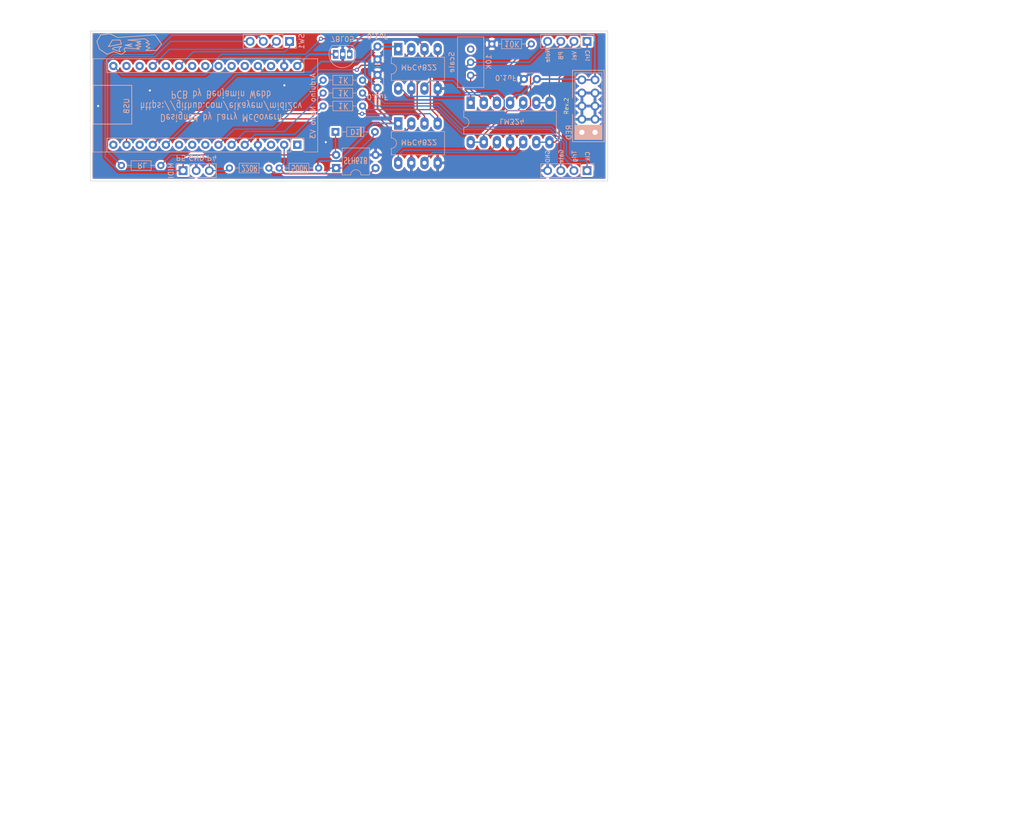
<source format=kicad_pcb>
(kicad_pcb (version 20171130) (host pcbnew "(5.1.4)-1")
  (layers (0 F.Cu signal) (31 B.Cu signal) (34 B.Paste user) (35 F.Paste user) (36 B.SilkS user) (37 F.SilkS user) (38 B.Mask user) (39 F.Mask user) (44 Edge.Cuts user))
  (net 0 "")
  (net 1 "Net-(78L5-Pad1)")
  (net 2 +12V)
  (net 3 GND)
  (net 4 "Net-(A1-Pad16)")
  (net 5 "Net-(A1-Pad15)")
  (net 6 "Net-(A1-Pad14)")
  (net 7 "Net-(A1-Pad13)")
  (net 8 "Net-(A1-Pad28)")
  (net 9 "Net-(A1-Pad12)")
  (net 10 +5V)
  (net 11 "Net-(A1-Pad11)")
  (net 12 "Net-(A1-Pad26)")
  (net 13 "Net-(A1-Pad10)")
  (net 14 "Net-(A1-Pad25)")
  (net 15 "Net-(A1-Pad9)")
  (net 16 "Net-(A1-Pad24)")
  (net 17 "Net-(A1-Pad8)")
  (net 18 "Net-(A1-Pad23)")
  (net 19 "Net-(A1-Pad7)")
  (net 20 "Net-(A1-Pad22)")
  (net 21 "Net-(A1-Pad6)")
  (net 22 "Net-(A1-Pad21)")
  (net 23 "Net-(A1-Pad5)")
  (net 24 "Net-(A1-Pad20)")
  (net 25 "Net-(A1-Pad19)")
  (net 26 "Net-(A1-Pad3)")
  (net 27 "Net-(A1-Pad18)")
  (net 28 "Net-(A1-Pad2)")
  (net 29 "Net-(A1-Pad17)")
  (net 30 "Net-(A1-Pad1)")
  (net 31 "Net-(D1-Pad2)")
  (net 32 "Net-(D1-Pad1)")
  (net 33 "Net-(DAC1-Pad8)")
  (net 34 "Net-(DAC1-Pad6)")
  (net 35 "Net-(DAC2-Pad8)")
  (net 36 "Net-(DAC2-Pad6)")
  (net 37 Control)
  (net 38 Velocity)
  (net 39 PitchBend)
  (net 40 "Net-(IC1-Pad2)")
  (net 41 Note)
  (net 42 -12V)
  (net 43 "Net-(J2-Pad3)")
  (net 44 Gate)
  (net 45 Trigger)
  (net 46 Clock)
  (net 47 "Net-(R3+8-Pad3)")
  (net 48 "Net-(RL1-Pad1)")
  (module Connector_PinHeader_2.54mm:PinHeader_2x05_P2.54mm_Vertical (layer B.Cu) (at 188.5 48.6)
    (fp_text reference RED (at -2.5 0 90) (layer B.SilkS) (effects (justify mirror)))
    (fp_text value Conn_02x05_Top_Bottom)
    (pad 10 thru_hole oval (at 2.54 -10.16) (size 1.7 1.7) (drill 1) (layers *.Cu *.Mask) (net 2 +12V))
    (pad 9 thru_hole oval (at 0 -10.16) (size 1.7 1.7) (drill 1) (layers *.Cu *.Mask) (net 2 +12V))
    (pad 8 thru_hole oval (at 2.54 -7.62) (size 1.7 1.7) (drill 1) (layers *.Cu *.Mask) (net 3 GND))
    (pad 7 thru_hole oval (at 0 -7.62) (size 1.7 1.7) (drill 1) (layers *.Cu *.Mask) (net 3 GND))
    (pad 6 thru_hole oval (at 2.54 -5.08) (size 1.7 1.7) (drill 1) (layers *.Cu *.Mask) (net 3 GND))
    (pad 5 thru_hole oval (at 0 -5.08) (size 1.7 1.7) (drill 1) (layers *.Cu *.Mask) (net 3 GND))
    (pad 4 thru_hole oval (at 2.54 -2.54) (size 1.7 1.7) (drill 1) (layers *.Cu *.Mask) (net 3 GND))
    (pad 3 thru_hole oval (at 0 -2.54) (size 1.7 1.7) (drill 1) (layers *.Cu *.Mask) (net 3 GND))
    (pad 2 thru_hole oval (at 2.54 0) (size 1.7 1.7) (drill 1) (layers *.Cu *.Mask) (net 42 -12V))
    (pad 1 thru_hole rect (at 0 0) (size 1.7 1.7) (drill 1) (layers *.Cu *.Mask) (net 42 -12V))
  )
  (module Potentiometer_THT:Potentiometer_Bourns_3296W_Vertical (layer B.Cu) (at 167 37.58 270)
    (fp_text reference Scale (at -2.54 3.66 90 unlocked) (layer B.SilkS) (effects (justify mirror)))
    (fp_text value 10k)
    (pad 3 thru_hole circle (at -5.08 0 270) (size 1.44 1.44) (drill 0.8) (layers *.Cu *.Mask) (net 47 "Net-(R3+8-Pad3)"))
    (pad 2 thru_hole circle (at -2.54 0 270) (size 1.44 1.44) (drill 0.8) (layers *.Cu *.Mask) (net 41 Note))
    (pad 1 thru_hole circle (at 0 0 270) (size 1.44 1.44) (drill 0.8) (layers *.Cu *.Mask) (net 40 "Net-(IC1-Pad2)"))
  )
  (module Package_DIP:DIP-4_W7.62mm (layer B.Cu) (at 141 55.5)
    (fp_text reference SFH618 (at 3.75 -1.5 180 unlocked) (layer B.SilkS) (effects (font (size 1.2 0.8)) (justify mirror)))
    (fp_text value SFH618A-2)
    (pad 4 thru_hole oval (at 7.62 0) (size 1.6 1.6) (drill 0.8) (layers *.Cu *.Mask) (net 28 "Net-(A1-Pad2)"))
    (pad 2 thru_hole oval (at 0 -2.54) (size 1.6 1.6) (drill 0.8) (layers *.Cu *.Mask) (net 32 "Net-(D1-Pad1)"))
    (pad 3 thru_hole oval (at 7.62 -2.54) (size 1.6 1.6) (drill 0.8) (layers *.Cu *.Mask) (net 3 GND))
    (pad 1 thru_hole rect (at 0 0) (size 1.6 1.6) (drill 0.8) (layers *.Cu *.Mask) (net 31 "Net-(D1-Pad2)"))
  )
  (module Capacitor_THT:C_Disc_D3.4mm_W2.1mm_P2.50mm (layer B.Cu) (at 149 34.5 90)
    (fp_text reference 0.1uF (at 4.5 0 180 unlocked) (layer B.SilkS) (effects (justify mirror)))
    (fp_text value 0.1uF)
    (pad 2 thru_hole circle (at 2.5 0 90) (size 1.6 1.6) (drill 0.8) (layers *.Cu *.Mask) (net 10 +5V))
    (pad 1 thru_hole circle (at 0 0 90) (size 1.6 1.6) (drill 0.8) (layers *.Cu *.Mask) (net 3 GND))
  )
  (module Package_DIP:DIP-8_W7.62mm_LongPads (layer B.Cu) (at 153 46.88 270)
    (fp_text reference MPC4822 (at 3.62 -4 180 unlocked) (layer B.SilkS) (effects (justify mirror)))
    (fp_text value MCP4822)
    (pad 8 thru_hole oval (at 7.62 0 270) (size 2.4 1.6) (drill 0.8) (layers *.Cu *.Mask) (net 35 "Net-(DAC2-Pad8)"))
    (pad 4 thru_hole oval (at 0 -7.62 270) (size 2.4 1.6) (drill 0.8) (layers *.Cu *.Mask) (net 6 "Net-(A1-Pad14)"))
    (pad 7 thru_hole oval (at 7.62 -2.54 270) (size 2.4 1.6) (drill 0.8) (layers *.Cu *.Mask) (net 3 GND))
    (pad 3 thru_hole oval (at 0 -5.08 270) (size 2.4 1.6) (drill 0.8) (layers *.Cu *.Mask) (net 4 "Net-(A1-Pad16)"))
    (pad 6 thru_hole oval (at 7.62 -5.08 270) (size 2.4 1.6) (drill 0.8) (layers *.Cu *.Mask) (net 36 "Net-(DAC2-Pad6)"))
    (pad 2 thru_hole oval (at 0 -2.54 270) (size 2.4 1.6) (drill 0.8) (layers *.Cu *.Mask) (net 9 "Net-(A1-Pad12)"))
    (pad 5 thru_hole oval (at 7.62 -7.62 270) (size 2.4 1.6) (drill 0.8) (layers *.Cu *.Mask) (net 3 GND))
    (pad 1 thru_hole rect (at 0 0 270) (size 2.4 1.6) (drill 0.8) (layers *.Cu *.Mask) (net 10 +5V))
  )
  (module Package_DIP:DIP-8_W7.62mm_LongPads (layer B.Cu) (at 153 32.5 270)
    (fp_text reference MPC4822 (at 3.5 -4 180 unlocked) (layer B.SilkS) (effects (justify mirror)))
    (fp_text value MCP4822)
    (pad 8 thru_hole oval (at 7.62 0 270) (size 2.4 1.6) (drill 0.8) (layers *.Cu *.Mask) (net 33 "Net-(DAC1-Pad8)"))
    (pad 4 thru_hole oval (at 0 -7.62 270) (size 2.4 1.6) (drill 0.8) (layers *.Cu *.Mask) (net 6 "Net-(A1-Pad14)"))
    (pad 7 thru_hole oval (at 7.62 -2.54 270) (size 2.4 1.6) (drill 0.8) (layers *.Cu *.Mask) (net 3 GND))
    (pad 3 thru_hole oval (at 0 -5.08 270) (size 2.4 1.6) (drill 0.8) (layers *.Cu *.Mask) (net 4 "Net-(A1-Pad16)"))
    (pad 6 thru_hole oval (at 7.62 -5.08 270) (size 2.4 1.6) (drill 0.8) (layers *.Cu *.Mask) (net 34 "Net-(DAC1-Pad6)"))
    (pad 2 thru_hole oval (at 0 -2.54 270) (size 2.4 1.6) (drill 0.8) (layers *.Cu *.Mask) (net 11 "Net-(A1-Pad11)"))
    (pad 5 thru_hole oval (at 7.62 -7.62 270) (size 2.4 1.6) (drill 0.8) (layers *.Cu *.Mask) (net 3 GND))
    (pad 1 thru_hole rect (at 0 0 270) (size 2.4 1.6) (drill 0.8) (layers *.Cu *.Mask) (net 10 +5V))
  )
  (module Capacitor_THT:C_Disc_D3.4mm_W2.1mm_P2.50mm (layer B.Cu) (at 177.3 38.3)
    (fp_text reference C1)
    (fp_text value 0.1uF (at -3.5 -0.25 180 unlocked) (layer B.SilkS) (effects (justify mirror)))
    (pad 2 thru_hole circle (at 2.5 0) (size 1.6 1.6) (drill 0.8) (layers *.Cu *.Mask) (net 2 +12V))
    (pad 1 thru_hole circle (at 0 0) (size 1.6 1.6) (drill 0.8) (layers *.Cu *.Mask) (net 3 GND))
  )
  (module Package_DIP:DIP-14_W7.62mm_LongPads (layer B.Cu) (at 167 42.88 270)
    (fp_text reference LM324 (at 3.62 -8 180 unlocked) (layer B.SilkS) (effects (justify mirror)))
    (fp_text value LM324)
    (pad 14 thru_hole oval (at 7.62 0 270) (size 2.4 1.6) (drill 0.8) (layers *.Cu *.Mask) (net 39 PitchBend))
    (pad 7 thru_hole oval (at 0 -15.24 270) (size 2.4 1.6) (drill 0.8) (layers *.Cu *.Mask) (net 38 Velocity))
    (pad 13 thru_hole oval (at 7.62 -2.54 270) (size 2.4 1.6) (drill 0.8) (layers *.Cu *.Mask) (net 39 PitchBend))
    (pad 6 thru_hole oval (at 0 -12.7 270) (size 2.4 1.6) (drill 0.8) (layers *.Cu *.Mask) (net 38 Velocity))
    (pad 12 thru_hole oval (at 7.62 -5.08 270) (size 2.4 1.6) (drill 0.8) (layers *.Cu *.Mask) (net 35 "Net-(DAC2-Pad8)"))
    (pad 5 thru_hole oval (at 0 -10.16 270) (size 2.4 1.6) (drill 0.8) (layers *.Cu *.Mask) (net 34 "Net-(DAC1-Pad6)"))
    (pad 11 thru_hole oval (at 7.62 -7.62 270) (size 2.4 1.6) (drill 0.8) (layers *.Cu *.Mask) (net 3 GND))
    (pad 4 thru_hole oval (at 0 -7.62 270) (size 2.4 1.6) (drill 0.8) (layers *.Cu *.Mask) (net 2 +12V))
    (pad 10 thru_hole oval (at 7.62 -10.16 270) (size 2.4 1.6) (drill 0.8) (layers *.Cu *.Mask) (net 36 "Net-(DAC2-Pad6)"))
    (pad 3 thru_hole oval (at 0 -5.08 270) (size 2.4 1.6) (drill 0.8) (layers *.Cu *.Mask) (net 33 "Net-(DAC1-Pad8)"))
    (pad 9 thru_hole oval (at 7.62 -12.7 270) (size 2.4 1.6) (drill 0.8) (layers *.Cu *.Mask) (net 37 Control))
    (pad 2 thru_hole oval (at 0 -2.54 270) (size 2.4 1.6) (drill 0.8) (layers *.Cu *.Mask) (net 40 "Net-(IC1-Pad2)"))
    (pad 8 thru_hole oval (at 7.62 -15.24 270) (size 2.4 1.6) (drill 0.8) (layers *.Cu *.Mask) (net 37 Control))
    (pad 1 thru_hole rect (at 0 0 270) (size 2.4 1.6) (drill 0.8) (layers *.Cu *.Mask) (net 41 Note))
  )
  (module Module:Arduino_Nano (layer B.Cu) (at 133.5 51 90)
    (fp_text reference "Arduino Nano V3" (at 7.5 3 90 unlocked) (layer B.SilkS) (effects (justify mirror)))
    (fp_text value Arduino_Nano_v3.x)
    (pad 16 thru_hole oval (at 15.24 -35.56 90) (size 1.6 1.6) (drill 0.8) (layers *.Cu *.Mask) (net 4 "Net-(A1-Pad16)"))
    (pad 15 thru_hole oval (at 0 -35.56 90) (size 1.6 1.6) (drill 0.8) (layers *.Cu *.Mask) (net 5 "Net-(A1-Pad15)"))
    (pad 30 thru_hole oval (at 15.24 0 90) (size 1.6 1.6) (drill 0.8) (layers *.Cu *.Mask) (net 1 "Net-(78L5-Pad1)"))
    (pad 14 thru_hole oval (at 0 -33.02 90) (size 1.6 1.6) (drill 0.8) (layers *.Cu *.Mask) (net 6 "Net-(A1-Pad14)"))
    (pad 29 thru_hole oval (at 15.24 -2.54 90) (size 1.6 1.6) (drill 0.8) (layers *.Cu *.Mask) (net 3 GND))
    (pad 13 thru_hole oval (at 0 -30.48 90) (size 1.6 1.6) (drill 0.8) (layers *.Cu *.Mask) (net 7 "Net-(A1-Pad13)"))
    (pad 28 thru_hole oval (at 15.24 -5.08 90) (size 1.6 1.6) (drill 0.8) (layers *.Cu *.Mask) (net 8 "Net-(A1-Pad28)"))
    (pad 12 thru_hole oval (at 0 -27.94 90) (size 1.6 1.6) (drill 0.8) (layers *.Cu *.Mask) (net 9 "Net-(A1-Pad12)"))
    (pad 27 thru_hole oval (at 15.24 -7.62 90) (size 1.6 1.6) (drill 0.8) (layers *.Cu *.Mask) (net 10 +5V))
    (pad 11 thru_hole oval (at 0 -25.4 90) (size 1.6 1.6) (drill 0.8) (layers *.Cu *.Mask) (net 11 "Net-(A1-Pad11)"))
    (pad 26 thru_hole oval (at 15.24 -10.16 90) (size 1.6 1.6) (drill 0.8) (layers *.Cu *.Mask) (net 12 "Net-(A1-Pad26)"))
    (pad 10 thru_hole oval (at 0 -22.86 90) (size 1.6 1.6) (drill 0.8) (layers *.Cu *.Mask) (net 13 "Net-(A1-Pad10)"))
    (pad 25 thru_hole oval (at 15.24 -12.7 90) (size 1.6 1.6) (drill 0.8) (layers *.Cu *.Mask) (net 14 "Net-(A1-Pad25)"))
    (pad 9 thru_hole oval (at 0 -20.32 90) (size 1.6 1.6) (drill 0.8) (layers *.Cu *.Mask) (net 15 "Net-(A1-Pad9)"))
    (pad 24 thru_hole oval (at 15.24 -15.24 90) (size 1.6 1.6) (drill 0.8) (layers *.Cu *.Mask) (net 16 "Net-(A1-Pad24)"))
    (pad 8 thru_hole oval (at 0 -17.78 90) (size 1.6 1.6) (drill 0.8) (layers *.Cu *.Mask) (net 17 "Net-(A1-Pad8)"))
    (pad 23 thru_hole oval (at 15.24 -17.78 90) (size 1.6 1.6) (drill 0.8) (layers *.Cu *.Mask) (net 18 "Net-(A1-Pad23)"))
    (pad 7 thru_hole oval (at 0 -15.24 90) (size 1.6 1.6) (drill 0.8) (layers *.Cu *.Mask) (net 19 "Net-(A1-Pad7)"))
    (pad 22 thru_hole oval (at 15.24 -20.32 90) (size 1.6 1.6) (drill 0.8) (layers *.Cu *.Mask) (net 20 "Net-(A1-Pad22)"))
    (pad 6 thru_hole oval (at 0 -12.7 90) (size 1.6 1.6) (drill 0.8) (layers *.Cu *.Mask) (net 21 "Net-(A1-Pad6)"))
    (pad 21 thru_hole oval (at 15.24 -22.86 90) (size 1.6 1.6) (drill 0.8) (layers *.Cu *.Mask) (net 22 "Net-(A1-Pad21)"))
    (pad 5 thru_hole oval (at 0 -10.16 90) (size 1.6 1.6) (drill 0.8) (layers *.Cu *.Mask) (net 23 "Net-(A1-Pad5)"))
    (pad 20 thru_hole oval (at 15.24 -25.4 90) (size 1.6 1.6) (drill 0.8) (layers *.Cu *.Mask) (net 24 "Net-(A1-Pad20)"))
    (pad 4 thru_hole oval (at 0 -7.62 90) (size 1.6 1.6) (drill 0.8) (layers *.Cu *.Mask) (net 3 GND))
    (pad 19 thru_hole oval (at 15.24 -27.94 90) (size 1.6 1.6) (drill 0.8) (layers *.Cu *.Mask) (net 25 "Net-(A1-Pad19)"))
    (pad 3 thru_hole oval (at 0 -5.08 90) (size 1.6 1.6) (drill 0.8) (layers *.Cu *.Mask) (net 26 "Net-(A1-Pad3)"))
    (pad 18 thru_hole oval (at 15.24 -30.48 90) (size 1.6 1.6) (drill 0.8) (layers *.Cu *.Mask) (net 27 "Net-(A1-Pad18)"))
    (pad 2 thru_hole oval (at 0 -2.54 90) (size 1.6 1.6) (drill 0.8) (layers *.Cu *.Mask) (net 28 "Net-(A1-Pad2)"))
    (pad 17 thru_hole oval (at 15.24 -33.02 90) (size 1.6 1.6) (drill 0.8) (layers *.Cu *.Mask) (net 29 "Net-(A1-Pad17)"))
    (pad 1 thru_hole rect (at 0 0 90) (size 1.6 1.6) (drill 0.8) (layers *.Cu *.Mask) (net 30 "Net-(A1-Pad1)"))
  )
  (module Connector_PinSocket_2.54mm:PinSocket_1x04_P2.54mm_Vertical (layer B.Cu) (at 189.5 31 90)
    (fp_text reference Output1B1)
    (fp_text value Conn_01x04)
    (pad 4 thru_hole oval (at 0 -7.62 90) (size 1.7 1.7) (drill 1) (layers *.Cu *.Mask) (net 41 Note))
    (pad 3 thru_hole oval (at 0 -5.08 90) (size 1.7 1.7) (drill 1) (layers *.Cu *.Mask) (net 39 PitchBend))
    (pad 2 thru_hole oval (at 0 -2.54 90) (size 1.7 1.7) (drill 1) (layers *.Cu *.Mask) (net 38 Velocity))
    (pad 1 thru_hole rect (at 0 0 90) (size 1.7 1.7) (drill 1) (layers *.Cu *.Mask) (net 37 Control))
  )
  (module Connector_PinSocket_2.54mm:PinSocket_1x04_P2.54mm_Vertical (layer B.Cu) (at 189.5 56 90)
    (fp_text reference Output2B1)
    (fp_text value Conn_01x04)
    (pad 4 thru_hole oval (at 0 -7.62 90) (size 1.7 1.7) (drill 1) (layers *.Cu *.Mask) (net 3 GND))
    (pad 3 thru_hole oval (at 0 -5.08 90) (size 1.7 1.7) (drill 1) (layers *.Cu *.Mask) (net 44 Gate))
    (pad 2 thru_hole oval (at 0 -2.54 90) (size 1.7 1.7) (drill 1) (layers *.Cu *.Mask) (net 45 Trigger))
    (pad 1 thru_hole rect (at 0 0 90) (size 1.7 1.7) (drill 1) (layers *.Cu *.Mask) (net 46 Clock))
  )
  (module Package_TO_SOT_THT:TO-92L_Inline (layer B.Cu) (at 141 33.5)
    (fp_text reference 78L05 (at 1.19 -3 180 unlocked) (layer B.SilkS) (effects (justify mirror)))
    (fp_text value L78L05_SO8)
    (pad 1 thru_hole rect (at 0 0) (size 1.05 1.7) (drill 0.75 (offset -0.1 0)) (layers *.Cu *.Mask) (net 1 "Net-(78L5-Pad1)"))
    (pad 3 thru_hole roundrect (at 2.54 0) (size 1.05 1.7) (drill 0.75 (offset 0.1 0)) (layers *.Cu *.Mask) (net 2 +12V))
    (pad 2 thru_hole roundrect (at 1.27 0) (size 1.05 2) (drill 0.75) (layers *.Cu *.Mask) (net 3 GND))
  )
  (module Capacitor_THT:C_Disc_D3.4mm_W2.1mm_P2.50mm (layer B.Cu) (at 149 37.5 270)
    (fp_text reference 0.1uF (at 4.25 0 180 unlocked) (layer B.SilkS) (effects (justify mirror)))
    (fp_text value 0.1uF)
    (pad 2 thru_hole circle (at 2.5 0 270) (size 1.6 1.6) (drill 0.8) (layers *.Cu *.Mask) (net 10 +5V))
    (pad 1 thru_hole circle (at 0 0 270) (size 1.6 1.6) (drill 0.8) (layers *.Cu *.Mask) (net 3 GND))
  )
  (module Connector_PinHeader_2.54mm:PinHeader_1x03_P2.54mm_Vertical (layer B.Cu) (at 111.42 56 270)
    (fp_text reference MIDI (at 0 2.33 90 unlocked) (layer B.SilkS) (effects (justify mirror)))
    (fp_text value MidiDIN)
    (pad 3 thru_hole oval (at 0 -5.08 270) (size 1.7 1.7) (drill 1) (layers *.Cu *.Mask) (net 43 "Net-(J2-Pad3)"))
    (pad 2 thru_hole oval (at 0 -2.54 270) (size 1.7 1.7) (drill 1) (layers *.Cu *.Mask) (net 3 GND))
    (pad 1 thru_hole rect (at 0 0 270) (size 1.7 1.7) (drill 1) (layers *.Cu *.Mask) (net 32 "Net-(D1-Pad1)"))
  )
  (module Resistor_THT:R_Axial_DIN0204_L3.6mm_D1.6mm_P7.62mm_Horizontal (layer B.Cu) (at 171.1 31.5)
    (fp_text reference 10K (at 3.9 0 180 unlocked) (layer B.SilkS) (effects (font (size 1.2 1)) (justify mirror)))
    (fp_text value 10K)
    (pad 2 thru_hole oval (at 7.62 0) (size 1.4 1.4) (drill 0.7) (layers *.Cu *.Mask) (net 40 "Net-(IC1-Pad2)"))
    (pad 1 thru_hole circle (at 0 0) (size 1.4 1.4) (drill 0.7) (layers *.Cu *.Mask) (net 3 GND))
  )
  (module Resistor_THT:R_Axial_DIN0204_L3.6mm_D1.6mm_P7.62mm_Horizontal (layer B.Cu) (at 137.62 55.5 180)
    (fp_text reference 500R (at 3.72 0 180 unlocked) (layer B.SilkS) (effects (font (size 1.2 0.8)) (justify mirror)))
    (fp_text value 500R)
    (pad 2 thru_hole oval (at 7.62 0 180) (size 1.4 1.4) (drill 0.7) (layers *.Cu *.Mask) (net 28 "Net-(A1-Pad2)"))
    (pad 1 thru_hole circle (at 0 0 180) (size 1.4 1.4) (drill 0.7) (layers *.Cu *.Mask) (net 10 +5V))
  )
  (module Resistor_THT:R_Axial_DIN0204_L3.6mm_D1.6mm_P7.62mm_Horizontal (layer B.Cu) (at 146.1 43.5 180)
    (fp_text reference 1K (at 3.7 0 180 unlocked) (layer B.SilkS) (effects (font (size 1.2 1)) (justify mirror)))
    (fp_text value 1K)
    (pad 2 thru_hole oval (at 7.62 0 180) (size 1.4 1.4) (drill 0.7) (layers *.Cu *.Mask) (net 23 "Net-(A1-Pad5)"))
    (pad 1 thru_hole circle (at 0 0 180) (size 1.4 1.4) (drill 0.7) (layers *.Cu *.Mask) (net 44 Gate))
  )
  (module Resistor_THT:R_Axial_DIN0204_L3.6mm_D1.6mm_P7.62mm_Horizontal (layer B.Cu) (at 146.1 41 180)
    (fp_text reference 1K (at 3.7 0 180 unlocked) (layer B.SilkS) (effects (font (size 1.2 1)) (justify mirror)))
    (fp_text value 1K)
    (pad 2 thru_hole oval (at 7.62 0 180) (size 1.4 1.4) (drill 0.7) (layers *.Cu *.Mask) (net 21 "Net-(A1-Pad6)"))
    (pad 1 thru_hole circle (at 0 0 180) (size 1.4 1.4) (drill 0.7) (layers *.Cu *.Mask) (net 45 Trigger))
  )
  (module Resistor_THT:R_Axial_DIN0204_L3.6mm_D1.6mm_P7.62mm_Horizontal (layer B.Cu) (at 146.1 38.5 180)
    (fp_text reference 1K (at 3.7 0 180 unlocked) (layer B.SilkS) (effects (font (size 1.2 1)) (justify mirror)))
    (fp_text value 1K)
    (pad 2 thru_hole oval (at 7.62 0 180) (size 1.4 1.4) (drill 0.7) (layers *.Cu *.Mask) (net 19 "Net-(A1-Pad7)"))
    (pad 1 thru_hole circle (at 0 0 180) (size 1.4 1.4) (drill 0.7) (layers *.Cu *.Mask) (net 46 Clock))
  )
  (module Resistor_THT:R_Axial_DIN0204_L3.6mm_D1.6mm_P7.62mm_Horizontal (layer B.Cu) (at 99.5 55)
    (fp_text reference RL (at 4 0 180 unlocked) (layer B.SilkS) (effects (justify mirror)))
    (fp_text value 220R)
    (pad 2 thru_hole oval (at 7.62 0) (size 1.4 1.4) (drill 0.7) (layers *.Cu *.Mask) (net 43 "Net-(J2-Pad3)"))
    (pad 1 thru_hole circle (at 0 0) (size 1.4 1.4) (drill 0.7) (layers *.Cu *.Mask) (net 48 "Net-(RL1-Pad1)"))
  )
  (module MyCustomPartsLibrary:DiodeFlipped (layer B.Cu) (at 140.88 48.5)
    (fp_text reference D1 (at 3.81 0 180 unlocked) (layer B.SilkS) (effects (justify mirror)))
    (fp_text value DIODE)
    (pad 1 thru_hole rect (at 0 0) (size 1.5 1.5) (drill 0.75) (layers *.Cu *.Mask) (net 32 "Net-(D1-Pad1)"))
    (pad 2 thru_hole oval (at 7.62 0) (size 1.5 1.5) (drill 0.75) (layers *.Cu *.Mask) (net 31 "Net-(D1-Pad2)"))
  )
  (module Resistor_THT:R_Axial_DIN0204_L3.6mm_D1.6mm_P7.62mm_Horizontal (layer B.Cu) (at 128 55.5 180)
    (fp_text reference 220R (at 3.75 0 180 unlocked) (layer B.SilkS) (effects (font (size 1.2 0.8)) (justify mirror)))
    (fp_text value 220R)
    (pad 2 thru_hole oval (at 7.62 0 180) (size 1.4 1.4) (drill 0.7) (layers *.Cu *.Mask) (net 43 "Net-(J2-Pad3)"))
    (pad 1 thru_hole circle (at 0 0 180) (size 1.4 1.4) (drill 0.7) (layers *.Cu *.Mask) (net 31 "Net-(D1-Pad2)"))
  )
  (module Connector_PinHeader_2.54mm:PinHeader_1x04_P2.54mm_Vertical (layer B.Cu) (at 132 31 90)
    (fp_text reference SW1 (at 0 2.33 270) (layer B.SilkS) (effects (justify mirror)))
    (fp_text value Conn_01x03)
    (pad 1 thru_hole rect (at 0 0 90) (size 1.7 1.7) (drill 1) (layers *.Cu *.Mask) (net 22 "Net-(A1-Pad21)"))
    (pad 2 thru_hole oval (at 0 -2.54 90) (size 1.7 1.7) (drill 1) (layers *.Cu *.Mask) (net 25 "Net-(A1-Pad19)"))
    (pad 3 thru_hole oval (at 0 -5.08 90) (size 1.7 1.7) (drill 1) (layers *.Cu *.Mask) (net 32 "Net-(D1-Pad1)"))
    (pad 4 thru_hole oval (at 0 -7.62 90) (size 1.7 1.7) (drill 1) (layers *.Cu *.Mask) (net 48 "Net-(RL1-Pad1)"))
  )
  (gr_line (start 186.7 36.6) (end 186.7 41.9) (layer B.SilkS) (width 0.15))
  (gr_line (start 192.8 50.4) (end 192.8 36.6) (layer B.SilkS) (width 0.15))
  (gr_line (start 186.7 45.1) (end 186.7 50.4) (layer B.SilkS) (width 0.15))
  (gr_line (start 186.7 50.4) (end 192.8 50.4) (layer B.SilkS) (width 0.15))
  (gr_poly (pts (xy 192.4 50) (xy 187.1 50) (xy 187.1 47.2) (xy 192.4 47.2)) (layer B.SilkS) (width 0.1))
  (gr_line (start 192.8 36.6) (end 186.7 36.6) (layer B.SilkS) (width 0.15))
  (gr_text P4 (at 117 53.5 180) (layer B.SilkS) (effects (font (size 1 1)) (justify mirror)))
  (gr_text P5 (at 111 53.5 180) (layer B.SilkS) (effects (font (size 1 1)) (justify mirror)))
  (gr_text "Designed by Larry McGovern\nhttps://github.com/elkayem/midi2cv\nPCB by Benjamin Webb" (at 118.75 43.5 180) (layer B.SilkS) (effects (font (size 1.4 1.1)) (justify mirror)))
  (gr_text USB (at 100.5 43.5 90) (layer B.SilkS) (effects (font (size 1 1)) (justify mirror)))
  (gr_text "Note\n\nPB\n\nVel\n\nCtrl" (at 185.75 33.75 90) (layer B.SilkS) (effects (font (size 0.8 0.8)) (justify mirror)))
  (gr_text GND (at 114 53.5 180) (layer B.SilkS) (effects (font (size 1 1)) (justify mirror)))
  (gr_text 10K (at 170.5 35 90) (layer B.SilkS) (effects (font (size 1 1)) (justify mirror)))
  (gr_text "GND\n\nGate\n\nTrig\n\nClk" (at 185.75 53.25 90) (layer B.SilkS) (effects (font (size 0.8 0.8)) (justify mirror)))
  (gr_text Rev.2 (at 185.5 43.5 90) (layer F.SilkS) (effects (font (size 0.8 0.8) (thickness 0.1))))
  (gr_line (start 101.5 32) (end 100.25 31.75) (layer B.SilkS) (width 0.15))
  (gr_line (start 103.25 31.5) (end 102.25 31.75) (layer B.SilkS) (width 0.15))
  (gr_line (start 97.75 32.5) (end 98 32.25) (layer B.SilkS) (width 0.15))
  (gr_line (start 99 32.5) (end 99.25 33) (layer B.SilkS) (width 0.15))
  (gr_line (start 104.75 31) (end 104 30.5) (layer B.SilkS) (width 0.15))
  (gr_line (start 104 30.5) (end 100.75 30.75) (layer B.SilkS) (width 0.15))
  (gr_line (start 104.25 31.25) (end 104.75 31) (layer B.SilkS) (width 0.15))
  (gr_line (start 105 32.25) (end 104.25 32) (layer B.SilkS) (width 0.15))
  (gr_line (start 107.25 31.5) (end 106.25 32.75) (layer B.SilkS) (width 0.15))
  (gr_line (start 100.25 32.25) (end 100 32.5) (layer B.SilkS) (width 0.15))
  (gr_line (start 99.5 32) (end 99 32.5) (layer B.SilkS) (width 0.15))
  (gr_line (start 101.5 39.5) (end 94 39.5) (layer B.SilkS) (width 0.15))
  (gr_line (start 100.75 31.75) (end 101.5 32) (layer B.SilkS) (width 0.15))
  (gr_line (start 98 33) (end 96.75 33.5) (layer B.SilkS) (width 0.15))
  (gr_line (start 97.25 29.5) (end 98.75 30.25) (layer B.SilkS) (width 0.15))
  (gr_line (start 98 32.25) (end 99.5 32) (layer B.SilkS) (width 0.15))
  (gr_line (start 97 32) (end 97.75 30.75) (layer B.SilkS) (width 0.15))
  (gr_line (start 102.25 31.75) (end 103.25 32) (layer B.SilkS) (width 0.15))
  (gr_line (start 99.25 33) (end 97.75 32.5) (layer B.SilkS) (width 0.15))
  (gr_line (start 93.5 58) (end 193.5 58) (layer Edge.Cuts) (width 0.1))
  (gr_line (start 98.75 30.25) (end 106 29.75) (layer B.SilkS) (width 0.15))
  (gr_line (start 94 39.5) (end 94 47) (layer B.SilkS) (width 0.15))
  (gr_line (start 100.25 31.75) (end 101.5 31.5) (layer B.SilkS) (width 0.15))
  (gr_line (start 97.75 30.75) (end 99.25 30.75) (layer B.SilkS) (width 0.15))
  (gr_line (start 106 29.75) (end 107.25 31.5) (layer B.SilkS) (width 0.15))
  (gr_line (start 99.25 30.75) (end 99.5 31.5) (layer B.SilkS) (width 0.15))
  (gr_line (start 99.5 31.5) (end 97 32) (layer B.SilkS) (width 0.15))
  (gr_line (start 102.5 32.25) (end 103 32.5) (layer B.SilkS) (width 0.15))
  (gr_line (start 193.5 58) (end 193.5 29) (layer Edge.Cuts) (width 0.1))
  (gr_line (start 95.5 29.75) (end 97.25 29.5) (layer B.SilkS) (width 0.15))
  (gr_line (start 100 32.5) (end 100.25 33) (layer B.SilkS) (width 0.15))
  (gr_line (start 94.75 31) (end 95.5 29.75) (layer B.SilkS) (width 0.15))
  (gr_line (start 103 32.5) (end 100.25 32.25) (layer B.SilkS) (width 0.15))
  (gr_line (start 93.5 29) (end 93.5 58) (layer Edge.Cuts) (width 0.1))
  (gr_line (start 106.25 32.75) (end 104.25 32.75) (layer B.SilkS) (width 0.15))
  (gr_line (start 104.25 32) (end 105 31.5) (layer B.SilkS) (width 0.15))
  (gr_line (start 95.25 32.5) (end 94.75 31) (layer B.SilkS) (width 0.15))
  (gr_line (start 94 47) (end 101.5 47) (layer B.SilkS) (width 0.15))
  (gr_line (start 193.5 29) (end 93.5 29) (layer Edge.Cuts) (width 0.1))
  (gr_line (start 100.25 33) (end 99.5 33.5) (layer B.SilkS) (width 0.15))
  (gr_line (start 96.75 33.5) (end 95.25 32.5) (layer B.SilkS) (width 0.15))
  (gr_line (start 99.5 33.5) (end 98 33) (layer B.SilkS) (width 0.15))
  (gr_line (start 101.5 31.5) (end 100.75 31.75) (layer B.SilkS) (width 0.15))
  (gr_line (start 105 31.5) (end 104.25 31.25) (layer B.SilkS) (width 0.15))
  (gr_line (start 101.5 47) (end 101.5 39.5) (layer B.SilkS) (width 0.15))
  (gr_line (start 102.5 31.25) (end 103.25 31.5) (layer B.SilkS) (width 0.15))
  (gr_line (start 104.25 32.75) (end 105 32.25) (layer B.SilkS) (width 0.15))
  (gr_line (start 100.75 30.75) (end 103.25 31) (layer B.SilkS) (width 0.15))
  (gr_line (start 103.25 32) (end 102.5 32.25) (layer B.SilkS) (width 0.15))
  (gr_line (start 103.25 31) (end 102.5 31.25) (layer B.SilkS) (width 0.15))
  (segment (start 133.5 35.76) (end 135.76 33.5) (width 0.35) (layer B.Cu) (net 1))
  (segment (start 135.76 33.5) (end 141 33.5) (width 0.35) (layer B.Cu) (net 1))
  (segment (start 175.77 41.33) (end 176.77 41.33) (width 0.35) (layer B.Cu) (net 2))
  (segment (start 191 35.36863) (end 191 36.3) (width 0.35) (layer B.Cu) (net 2))
  (segment (start 191.04 38.44) (end 191.04 37.237919) (width 0.35) (layer B.Cu) (net 2))
  (segment (start 191.04 37.237919) (end 191 37.197919) (width 0.35) (layer B.Cu) (net 2))
  (segment (start 179.8 38.3) (end 188.36 38.3) (width 0.35) (layer B.Cu) (net 2))
  (segment (start 174.62 42.88) (end 174.62 42.48) (width 0.35) (layer B.Cu) (net 2))
  (segment (start 191 36.3) (end 191 36.5) (width 0.35) (layer B.Cu) (net 2))
  (segment (start 176.77 41.33) (end 179.000001 39.099999) (width 0.35) (layer B.Cu) (net 2))
  (segment (start 179.000001 39.099999) (end 179.8 38.3) (width 0.35) (layer B.Cu) (net 2))
  (segment (start 191 37.197919) (end 191 36.3) (width 0.35) (layer B.Cu) (net 2))
  (segment (start 188.36 38.3) (end 188.5 38.44) (width 0.35) (layer B.Cu) (net 2))
  (segment (start 174.62 42.48) (end 175.77 41.33) (width 0.35) (layer B.Cu) (net 2))
  (segment (start 146.225001 29.774999) (end 190.650001 29.774999) (width 0.35) (layer B.Cu) (net 2))
  (segment (start 191.04 36.54) (end 191 36.5) (width 0.35) (layer B.Cu) (net 2))
  (segment (start 143.54 33.5) (end 143.54 32.46) (width 0.35) (layer B.Cu) (net 2))
  (segment (start 191 30.124998) (end 191 35.36863) (width 0.35) (layer B.Cu) (net 2))
  (segment (start 188.5 38.44) (end 191.04 38.44) (width 0.35) (layer B.Cu) (net 2))
  (segment (start 190.650001 29.774999) (end 191 30.124998) (width 0.35) (layer B.Cu) (net 2))
  (segment (start 143.54 32.46) (end 146.225001 29.774999) (width 0.35) (layer B.Cu) (net 2))
  (via (at 95 43.5) (size 0.8) (drill 0.4) (layers F.Cu B.Cu) (net 3))
  (via (at 105 40.5) (size 0.8) (drill 0.4) (layers F.Cu B.Cu) (net 3))
  (via (at 131 39.5) (size 0.8) (drill 0.4) (layers F.Cu B.Cu) (net 3))
  (via (at 139 50.5) (size 0.8) (drill 0.4) (layers F.Cu B.Cu) (net 3))
  (segment (start 117.134999 36.010003) (end 117.134999 35.219999) (width 0.25) (layer B.Cu) (net 4))
  (segment (start 118.854998 33.5) (end 135.05288 33.5) (width 0.25) (layer B.Cu) (net 4))
  (segment (start 158.08 32.1) (end 158.08 32.5) (width 0.25) (layer F.Cu) (net 4))
  (segment (start 156.66501 44.01501) (end 158.08 45.43) (width 0.25) (layer F.Cu) (net 4))
  (segment (start 158.08 33.95) (end 156.66501 35.36499) (width 0.25) (layer F.Cu) (net 4))
  (segment (start 115.645002 37.5) (end 117.134999 36.010003) (width 0.25) (layer B.Cu) (net 4))
  (segment (start 138.05288 30.5) (end 138.05288 30.5) (width 0.25) (layer B.Cu) (net 4))
  (segment (start 156.48 30.5) (end 158.08 32.1) (width 0.25) (layer F.Cu) (net 4))
  (segment (start 97.94 35.76) (end 99.68 37.5) (width 0.25) (layer B.Cu) (net 4))
  (segment (start 135.05288 33.5) (end 138.05288 30.5) (width 0.25) (layer B.Cu) (net 4))
  (segment (start 138.05288 30.5) (end 156.48 30.5) (width 0.25) (layer F.Cu) (net 4))
  (segment (start 158.08 45.43) (end 158.08 46.88) (width 0.25) (layer F.Cu) (net 4))
  (segment (start 99.68 37.5) (end 115.645002 37.5) (width 0.25) (layer B.Cu) (net 4))
  (segment (start 156.66501 35.36499) (end 156.66501 44.01501) (width 0.25) (layer F.Cu) (net 4))
  (segment (start 158.08 32.5) (end 158.08 33.95) (width 0.25) (layer F.Cu) (net 4))
  (segment (start 117.134999 35.219999) (end 118.854998 33.5) (width 0.25) (layer B.Cu) (net 4))
  (via (at 138.05288 30.5) (size 0.8) (drill 0.4) (layers F.Cu B.Cu) (net 4))
  (segment (start 100.48 49.86863) (end 105.34863 45) (width 0.25) (layer F.Cu) (net 6))
  (segment (start 146 45) (end 159.14 45) (width 0.25) (layer B.Cu) (net 6))
  (segment (start 159.20501 35.36499) (end 159.20501 44.01501) (width 0.25) (layer F.Cu) (net 6))
  (segment (start 160.62 45.43) (end 160.62 46.88) (width 0.25) (layer F.Cu) (net 6))
  (segment (start 100.48 51) (end 100.48 49.86863) (width 0.25) (layer F.Cu) (net 6))
  (via (at 146 45) (size 0.8) (drill 0.4) (layers F.Cu B.Cu) (net 6))
  (segment (start 160.62 46.48) (end 160.62 46.88) (width 0.25) (layer B.Cu) (net 6))
  (segment (start 159.14 45) (end 160.62 46.48) (width 0.25) (layer B.Cu) (net 6))
  (segment (start 105.34863 45) (end 146 45) (width 0.25) (layer F.Cu) (net 6))
  (segment (start 160.62 32.5) (end 160.62 33.95) (width 0.25) (layer F.Cu) (net 6))
  (segment (start 160.62 33.95) (end 159.20501 35.36499) (width 0.25) (layer F.Cu) (net 6))
  (segment (start 159.20501 44.01501) (end 160.62 45.43) (width 0.25) (layer F.Cu) (net 6))
  (segment (start 155.54 47.28) (end 155.54 46.88) (width 0.25) (layer F.Cu) (net 9))
  (segment (start 105.56 51) (end 110.56 46) (width 0.25) (layer F.Cu) (net 9))
  (segment (start 110.56 46) (end 149.534998 46) (width 0.25) (layer F.Cu) (net 9))
  (segment (start 149.534998 46) (end 151.939999 48.405001) (width 0.25) (layer F.Cu) (net 9))
  (segment (start 154.414999 48.405001) (end 155.54 47.28) (width 0.25) (layer F.Cu) (net 9))
  (segment (start 151.939999 48.405001) (end 154.414999 48.405001) (width 0.25) (layer F.Cu) (net 9))
  (segment (start 146.25 34.75) (end 146.575001 35.075001) (width 0.35) (layer B.Cu) (net 10))
  (segment (start 148.200001 39.200001) (end 149 40) (width 0.35) (layer B.Cu) (net 10))
  (segment (start 152.5 32) (end 153 32.5) (width 0.35) (layer B.Cu) (net 10))
  (segment (start 149 40) (end 149 44.03) (width 0.35) (layer F.Cu) (net 10))
  (segment (start 127.055001 36.935001) (end 136.064999 36.935001) (width 0.35) (layer B.Cu) (net 10))
  (segment (start 151.85 46.88) (end 153 46.88) (width 0.35) (layer F.Cu) (net 10))
  (segment (start 138.1 34.9) (end 136.064999 36.935001) (width 0.35) (layer B.Cu) (net 10))
  (segment (start 146.25 34.75) (end 146.1 34.9) (width 0.35) (layer B.Cu) (net 10))
  (segment (start 148.200001 32.799999) (end 149 32) (width 0.35) (layer B.Cu) (net 10))
  (segment (start 125.88 35.76) (end 127.055001 36.935001) (width 0.35) (layer B.Cu) (net 10))
  (segment (start 146.25 34.75) (end 148.200001 32.799999) (width 0.35) (layer B.Cu) (net 10))
  (segment (start 148.232998 46.88) (end 151.85 46.88) (width 0.35) (layer B.Cu) (net 10))
  (segment (start 146.575001 35.075001) (end 146.575001 37.575001) (width 0.35) (layer B.Cu) (net 10))
  (segment (start 151.85 46.88) (end 153 46.88) (width 0.35) (layer B.Cu) (net 10))
  (segment (start 146.1 34.9) (end 138.1 34.9) (width 0.35) (layer B.Cu) (net 10))
  (segment (start 149 32) (end 152.5 32) (width 0.35) (layer B.Cu) (net 10))
  (segment (start 137.87505 54.135001) (end 141.564001 54.135001) (width 0.35) (layer B.Cu) (net 10))
  (segment (start 147.224999 48.474003) (end 147.224999 47.887999) (width 0.35) (layer B.Cu) (net 10))
  (segment (start 149 44.03) (end 151.85 46.88) (width 0.35) (layer F.Cu) (net 10))
  (segment (start 147.224999 47.887999) (end 148.232998 46.88) (width 0.35) (layer B.Cu) (net 10))
  (segment (start 137.5 54.510051) (end 137.87505 54.135001) (width 0.35) (layer B.Cu) (net 10))
  (segment (start 141.564001 54.135001) (end 147.224999 48.474003) (width 0.35) (layer B.Cu) (net 10))
  (segment (start 146.575001 37.575001) (end 148.200001 39.200001) (width 0.35) (layer B.Cu) (net 10))
  (segment (start 137.5 55.5) (end 137.5 54.510051) (width 0.35) (layer B.Cu) (net 10))
  (segment (start 152.814999 35.625001) (end 155.54 32.9) (width 0.25) (layer F.Cu) (net 11))
  (segment (start 121.664989 37.435011) (end 136.564989 37.435011) (width 0.25) (layer B.Cu) (net 11))
  (segment (start 155.54 32.9) (end 155.54 32.5) (width 0.25) (layer F.Cu) (net 11))
  (segment (start 136.564989 37.435011) (end 137.5 36.5) (width 0.25) (layer B.Cu) (net 11))
  (segment (start 137.5 36.5) (end 145 36.5) (width 0.25) (layer B.Cu) (net 11))
  (segment (start 145.874999 35.625001) (end 152.814999 35.625001) (width 0.25) (layer F.Cu) (net 11))
  (segment (start 108.1 51) (end 121.664989 37.435011) (width 0.25) (layer B.Cu) (net 11))
  (segment (start 145 36.5) (end 145.874999 35.625001) (width 0.25) (layer F.Cu) (net 11))
  (via (at 145 36.5) (size 0.8) (drill 0.4) (layers F.Cu B.Cu) (net 11))
  (segment (start 121.29001 47.96999) (end 119.059999 50.200001) (width 0.25) (layer B.Cu) (net 19))
  (segment (start 119.059999 50.200001) (end 118.26 51) (width 0.25) (layer B.Cu) (net 19))
  (segment (start 138.48 38.5) (end 129.01001 47.96999) (width 0.25) (layer B.Cu) (net 19))
  (segment (start 129.01001 47.96999) (end 121.29001 47.96999) (width 0.25) (layer B.Cu) (net 19))
  (segment (start 123.38 48.42) (end 120.8 51) (width 0.25) (layer B.Cu) (net 21))
  (segment (start 123.38 48.42) (end 131.06 48.42) (width 0.25) (layer B.Cu) (net 21))
  (segment (start 131.06 48.42) (end 138.48 41) (width 0.25) (layer B.Cu) (net 21))
  (segment (start 132 31) (end 132 32.1) (width 0.25) (layer B.Cu) (net 22))
  (segment (start 131.1 33) (end 113.4 33) (width 0.25) (layer B.Cu) (net 22))
  (segment (start 113.4 33) (end 110.64 35.76) (width 0.25) (layer B.Cu) (net 22))
  (segment (start 132 32.1) (end 131.1 33) (width 0.25) (layer B.Cu) (net 22))
  (segment (start 125.34 49) (end 123.34 51) (width 0.25) (layer B.Cu) (net 23))
  (segment (start 125.34 49) (end 132.98 49) (width 0.25) (layer B.Cu) (net 23))
  (segment (start 132.98 49) (end 138.48 43.5) (width 0.25) (layer B.Cu) (net 23))
  (segment (start 129.46 31) (end 127.91001 32.54999) (width 0.25) (layer B.Cu) (net 25))
  (segment (start 127.91001 32.54999) (end 108.77001 32.54999) (width 0.25) (layer B.Cu) (net 25))
  (segment (start 108.77001 32.54999) (end 105.56 35.76) (width 0.25) (layer B.Cu) (net 25))
  (segment (start 131.125001 56.625001) (end 130 55.5) (width 0.25) (layer F.Cu) (net 28))
  (segment (start 147.494999 56.625001) (end 131.125001 56.625001) (width 0.25) (layer F.Cu) (net 28))
  (segment (start 148.62 55.5) (end 147.494999 56.625001) (width 0.25) (layer F.Cu) (net 28))
  (segment (start 130.96 53.96) (end 130.96 54.04) (width 0.25) (layer B.Cu) (net 28))
  (segment (start 130.96 54.54) (end 130.96 53.96) (width 0.25) (layer B.Cu) (net 28))
  (segment (start 130.96 51) (end 130.96 53.96) (width 0.25) (layer B.Cu) (net 28))
  (segment (start 130 55.5) (end 130.96 54.54) (width 0.25) (layer B.Cu) (net 28))
  (segment (start 142.05 55.5) (end 148.5 49.05) (width 0.25) (layer B.Cu) (net 31))
  (segment (start 139.95 55.5) (end 138.924999 56.525001) (width 0.25) (layer B.Cu) (net 31))
  (segment (start 129.025001 56.525001) (end 128 55.5) (width 0.25) (layer B.Cu) (net 31))
  (segment (start 148.5 49.05) (end 148.5 48.5) (width 0.25) (layer B.Cu) (net 31))
  (segment (start 138.924999 56.525001) (end 129.025001 56.525001) (width 0.25) (layer B.Cu) (net 31))
  (segment (start 141 55.5) (end 139.95 55.5) (width 0.25) (layer B.Cu) (net 31))
  (segment (start 141 55.5) (end 142.05 55.5) (width 0.25) (layer B.Cu) (net 31))
  (segment (start 105.55001 33.54999) (end 97.848597 33.549991) (width 0.25) (layer B.Cu) (net 32))
  (segment (start 109.275001 29.824999) (end 105.55001 33.54999) (width 0.25) (layer B.Cu) (net 32))
  (segment (start 114.840998 52.96) (end 139.86863 52.96) (width 0.25) (layer F.Cu) (net 32))
  (segment (start 96.364989 35.033599) (end 96.364989 53.381991) (width 0.25) (layer B.Cu) (net 32))
  (segment (start 126.92 31) (end 125.744999 29.824999) (width 0.25) (layer B.Cu) (net 32))
  (segment (start 140.88 48.5) (end 140.88 52.84) (width 0.25) (layer B.Cu) (net 32))
  (segment (start 96.364989 53.381991) (end 99.007999 56.025001) (width 0.25) (layer B.Cu) (net 32))
  (segment (start 113 53) (end 115 53) (width 0.25) (layer F.Cu) (net 32))
  (segment (start 110.294999 56.025001) (end 110.32 56) (width 0.25) (layer B.Cu) (net 32))
  (segment (start 111.42 54.58) (end 113 53) (width 0.25) (layer F.Cu) (net 32))
  (segment (start 139.86863 52.96) (end 141 52.96) (width 0.25) (layer F.Cu) (net 32))
  (segment (start 111.42 56) (end 111.42 54.58) (width 0.25) (layer F.Cu) (net 32))
  (segment (start 99.007999 56.025001) (end 110.294999 56.025001) (width 0.25) (layer B.Cu) (net 32))
  (segment (start 97.848597 33.549991) (end 96.364989 35.033599) (width 0.25) (layer B.Cu) (net 32))
  (segment (start 110.32 56) (end 111.42 56) (width 0.25) (layer B.Cu) (net 32))
  (segment (start 125.744999 29.824999) (end 109.275001 29.824999) (width 0.25) (layer B.Cu) (net 32))
  (segment (start 140.88 52.84) (end 141 52.96) (width 0.25) (layer B.Cu) (net 32))
  (segment (start 170.95499 41.35499) (end 172.08 42.48) (width 0.25) (layer B.Cu) (net 33))
  (segment (start 153.548996 40.12) (end 155.074006 41.64501) (width 0.25) (layer B.Cu) (net 33))
  (segment (start 155.074006 41.64501) (end 165.649988 41.64501) (width 0.25) (layer B.Cu) (net 33))
  (segment (start 172.08 42.48) (end 172.08 42.88) (width 0.25) (layer B.Cu) (net 33))
  (segment (start 165.649988 41.64501) (end 165.940008 41.35499) (width 0.25) (layer B.Cu) (net 33))
  (segment (start 153 40.12) (end 153.548996 40.12) (width 0.25) (layer B.Cu) (net 33))
  (segment (start 165.940008 41.35499) (end 170.95499 41.35499) (width 0.25) (layer B.Cu) (net 33))
  (segment (start 173.49499 42.303986) (end 173.49499 43.745994) (width 0.25) (layer B.Cu) (net 34))
  (segment (start 176.03499 44.40501) (end 177.16 43.28) (width 0.25) (layer B.Cu) (net 34))
  (segment (start 174.154006 44.40501) (end 176.03499 44.40501) (width 0.25) (layer B.Cu) (net 34))
  (segment (start 177.16 43.28) (end 177.16 42.88) (width 0.25) (layer B.Cu) (net 34))
  (segment (start 158.08 39.72) (end 159.20501 38.59499) (width 0.25) (layer B.Cu) (net 34))
  (segment (start 159.20501 38.59499) (end 163.59499 38.59499) (width 0.25) (layer B.Cu) (net 34))
  (segment (start 173.49499 43.745994) (end 174.154006 44.40501) (width 0.25) (layer B.Cu) (net 34))
  (segment (start 172.095984 40.90498) (end 173.49499 42.303986) (width 0.25) (layer B.Cu) (net 34))
  (segment (start 158.08 40.12) (end 158.08 39.72) (width 0.25) (layer B.Cu) (net 34))
  (segment (start 163.59499 38.59499) (end 165.90498 40.90498) (width 0.25) (layer B.Cu) (net 34))
  (segment (start 165.90498 40.90498) (end 172.095984 40.90498) (width 0.25) (layer B.Cu) (net 34))
  (segment (start 153 53.05) (end 154.02499 52.02501) (width 0.25) (layer B.Cu) (net 35))
  (segment (start 154.02499 52.02501) (end 170.95499 52.02501) (width 0.25) (layer B.Cu) (net 35))
  (segment (start 153 54.5) (end 153 53.05) (width 0.25) (layer B.Cu) (net 35))
  (segment (start 170.95499 52.02501) (end 172.08 50.9) (width 0.25) (layer B.Cu) (net 35))
  (segment (start 172.08 50.9) (end 172.08 50.5) (width 0.25) (layer B.Cu) (net 35))
  (segment (start 175.58498 52.47502) (end 177.16 50.9) (width 0.25) (layer B.Cu) (net 36))
  (segment (start 158.08 54.1) (end 159.70498 52.47502) (width 0.25) (layer B.Cu) (net 36))
  (segment (start 177.16 50.9) (end 177.16 50.5) (width 0.25) (layer B.Cu) (net 36))
  (segment (start 159.70498 52.47502) (end 175.58498 52.47502) (width 0.25) (layer B.Cu) (net 36))
  (segment (start 158.08 54.5) (end 158.08 54.1) (width 0.25) (layer B.Cu) (net 36))
  (segment (start 184.1 38) (end 184.1 49.69) (width 0.25) (layer F.Cu) (net 37))
  (segment (start 189.5 32.6) (end 184.1 38) (width 0.25) (layer F.Cu) (net 37))
  (segment (start 179.7 50.5) (end 182.24 50.5) (width 0.25) (layer B.Cu) (net 37))
  (segment (start 189.5 31.5) (end 189.5 32.6) (width 0.25) (layer F.Cu) (net 37))
  (segment (start 184.1 49.69) (end 183.29 50.5) (width 0.25) (layer F.Cu) (net 37))
  (segment (start 183.29 50.5) (end 182.24 50.5) (width 0.25) (layer F.Cu) (net 37))
  (segment (start 182.24 42.88) (end 182.24 36.22) (width 0.25) (layer F.Cu) (net 38))
  (segment (start 179.7 42.88) (end 180.75 42.88) (width 0.25) (layer B.Cu) (net 38))
  (segment (start 180.75 42.88) (end 182.24 42.88) (width 0.25) (layer B.Cu) (net 38))
  (segment (start 182.24 36.22) (end 186.96 31.5) (width 0.25) (layer F.Cu) (net 38))
  (segment (start 174.18499 44.40501) (end 177.625994 44.40501) (width 0.25) (layer F.Cu) (net 39))
  (segment (start 177.625994 44.40501) (end 178.57499 43.456014) (width 0.25) (layer F.Cu) (net 39))
  (segment (start 178.57499 43.456014) (end 178.57499 37.34501) (width 0.25) (layer F.Cu) (net 39))
  (segment (start 169.54 49.05) (end 174.18499 44.40501) (width 0.25) (layer F.Cu) (net 39))
  (segment (start 178.57499 37.34501) (end 183.570001 32.349999) (width 0.25) (layer F.Cu) (net 39))
  (segment (start 183.570001 32.349999) (end 184.42 31.5) (width 0.25) (layer F.Cu) (net 39))
  (segment (start 167 50.5) (end 169.54 50.5) (width 0.25) (layer B.Cu) (net 39))
  (segment (start 169.54 50.5) (end 169.54 49.05) (width 0.25) (layer F.Cu) (net 39))
  (segment (start 167 40.34) (end 168.09 41.43) (width 0.25) (layer F.Cu) (net 40))
  (segment (start 168.09 41.43) (end 168.49 41.43) (width 0.25) (layer F.Cu) (net 40))
  (segment (start 172.64 37.58) (end 178.72 31.5) (width 0.25) (layer F.Cu) (net 40))
  (segment (start 168.49 41.43) (end 169.54 42.48) (width 0.25) (layer F.Cu) (net 40))
  (segment (start 167 37.58) (end 167 40.34) (width 0.25) (layer F.Cu) (net 40))
  (segment (start 167 37.58) (end 172.64 37.58) (width 0.25) (layer F.Cu) (net 40))
  (segment (start 169.54 42.48) (end 169.54 42.88) (width 0.25) (layer F.Cu) (net 40))
  (segment (start 178.34 35.04) (end 167 35.04) (width 0.25) (layer B.Cu) (net 41))
  (segment (start 166.280001 35.759999) (end 167 35.04) (width 0.25) (layer F.Cu) (net 41))
  (segment (start 167 42.88) (end 167 41.43) (width 0.25) (layer F.Cu) (net 41))
  (segment (start 181.88 31.5) (end 178.34 35.04) (width 0.25) (layer B.Cu) (net 41))
  (segment (start 167 41.43) (end 165.954999 40.384999) (width 0.25) (layer F.Cu) (net 41))
  (segment (start 165.954999 36.085001) (end 166.280001 35.759999) (width 0.25) (layer F.Cu) (net 41))
  (segment (start 165.954999 40.384999) (end 165.954999 36.085001) (width 0.25) (layer F.Cu) (net 41))
  (segment (start 188.5 48.6) (end 191.04 48.6) (width 0.25) (layer B.Cu) (net 42))
  (segment (start 116.5 56) (end 116.5 54.5) (width 0.25) (layer B.Cu) (net 43))
  (segment (start 116.5 54.5) (end 115 53) (width 0.25) (layer B.Cu) (net 43))
  (segment (start 116.5 56) (end 119.88 56) (width 0.25) (layer B.Cu) (net 43))
  (segment (start 119.88 56) (end 120.38 55.5) (width 0.25) (layer B.Cu) (net 43))
  (segment (start 115 53) (end 109.12 53) (width 0.25) (layer B.Cu) (net 43))
  (segment (start 109.12 53) (end 107.12 55) (width 0.25) (layer B.Cu) (net 43))
  (segment (start 184.42 50.688996) (end 182.705994 48.97499) (width 0.25) (layer B.Cu) (net 44))
  (segment (start 160.699999 44.199999) (end 146.799999 44.199999) (width 0.25) (layer B.Cu) (net 44))
  (segment (start 184.42 55.5) (end 184.42 50.688996) (width 0.25) (layer B.Cu) (net 44))
  (segment (start 165.47499 48.97499) (end 160.699999 44.199999) (width 0.25) (layer B.Cu) (net 44))
  (segment (start 146.799999 44.199999) (end 146.1 43.5) (width 0.25) (layer B.Cu) (net 44))
  (segment (start 182.705994 48.97499) (end 165.47499 48.97499) (width 0.25) (layer B.Cu) (net 44))
  (segment (start 186.96 55.5) (end 185 53.54) (width 0.25) (layer B.Cu) (net 45))
  (segment (start 148.6 43.5) (end 146.1 41) (width 0.25) (layer B.Cu) (net 45))
  (segment (start 182.367414 48) (end 165.13641 48) (width 0.25) (layer B.Cu) (net 45))
  (segment (start 185 53.54) (end 185 50.632586) (width 0.25) (layer B.Cu) (net 45))
  (segment (start 165.13641 48) (end 160.63641 43.5) (width 0.25) (layer B.Cu) (net 45))
  (segment (start 185 50.632586) (end 182.367414 48) (width 0.25) (layer B.Cu) (net 45))
  (segment (start 160.63641 43.5) (end 148.6 43.5) (width 0.25) (layer B.Cu) (net 45))
  (segment (start 186.5 54) (end 189.1 54) (width 0.25) (layer B.Cu) (net 46))
  (segment (start 146.799999 39.199999) (end 146.1 38.5) (width 0.25) (layer B.Cu) (net 46))
  (segment (start 189.5 54.4) (end 189.5 55) (width 0.25) (layer B.Cu) (net 46))
  (segment (start 161 43) (end 150.334998 43) (width 0.25) (layer B.Cu) (net 46))
  (segment (start 161 43) (end 165.549991 47.549991) (width 0.25) (layer B.Cu) (net 46))
  (segment (start 146.799999 39.465001) (end 146.799999 39.199999) (width 0.25) (layer B.Cu) (net 46))
  (segment (start 189.5 55) (end 189.5 55.5) (width 0.25) (layer B.Cu) (net 46))
  (segment (start 189.5 55) (end 189.5 56) (width 0.25) (layer B.Cu) (net 46))
  (segment (start 189.1 54) (end 189.5 54.4) (width 0.25) (layer B.Cu) (net 46))
  (segment (start 150.334998 43) (end 146.799999 39.465001) (width 0.25) (layer B.Cu) (net 46))
  (segment (start 185.5 50.4) (end 185.5 53) (width 0.25) (layer B.Cu) (net 46))
  (segment (start 165.549991 47.549991) (end 182.649991 47.549991) (width 0.25) (layer B.Cu) (net 46))
  (segment (start 182.649991 47.549991) (end 185.5 50.4) (width 0.25) (layer B.Cu) (net 46))
  (segment (start 185.5 53) (end 186.5 54) (width 0.25) (layer B.Cu) (net 46))
  (segment (start 106 34) (end 109 31) (width 0.25) (layer B.Cu) (net 48))
  (segment (start 96.814999 52.314999) (end 96.814999 35.219999) (width 0.25) (layer B.Cu) (net 48))
  (segment (start 98.034998 34) (end 106 34) (width 0.25) (layer B.Cu) (net 48))
  (segment (start 99.5 55) (end 96.814999 52.314999) (width 0.25) (layer B.Cu) (net 48))
  (segment (start 124.38 31) (end 123 31) (width 0.25) (layer B.Cu) (net 48))
  (segment (start 123 31) (end 123.88 31) (width 0.25) (layer B.Cu) (net 48))
  (segment (start 96.814999 35.219999) (end 98.034998 34) (width 0.25) (layer B.Cu) (net 48))
  (segment (start 109 31) (end 123 31) (width 0.25) (layer B.Cu) (net 48))
  (zone (net 3) (net_name GND) (layer B.Cu) (connect_pads (clearance 0.4)) (min_thickness 0.254) (fill yes (arc_segments 32) (thermal_gap 0.508) (thermal_bridge_width 0.508))
    (polygon (pts (xy 193.5 58) (xy 93.5 58) (xy 93.5 29) (xy 193.5 29)))
  )
  (zone (net 3) (net_name GND) (layer F.Cu) (connect_pads (clearance 0.4)) (min_thickness 0.254) (fill yes (arc_segments 32) (thermal_gap 0.508) (thermal_bridge_width 0.508))
    (polygon (pts (xy 193.5 58) (xy 93.5 58) (xy 93.5 29) (xy 193.5 29)))
  )
)
</source>
